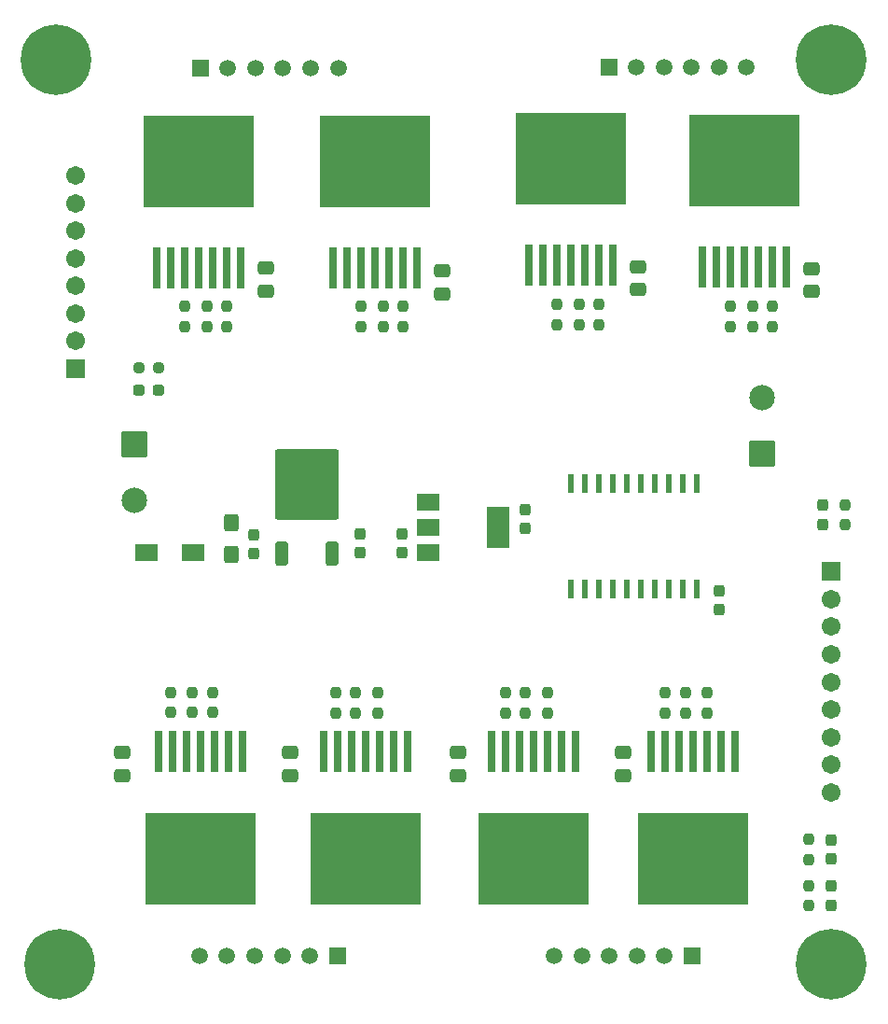
<source format=gbr>
%TF.GenerationSoftware,KiCad,Pcbnew,7.0.5*%
%TF.CreationDate,2023-10-05T13:57:49+07:00*%
%TF.ProjectId,Driver_motor,44726976-6572-45f6-9d6f-746f722e6b69,rev?*%
%TF.SameCoordinates,Original*%
%TF.FileFunction,Soldermask,Top*%
%TF.FilePolarity,Negative*%
%FSLAX46Y46*%
G04 Gerber Fmt 4.6, Leading zero omitted, Abs format (unit mm)*
G04 Created by KiCad (PCBNEW 7.0.5) date 2023-10-05 13:57:49*
%MOMM*%
%LPD*%
G01*
G04 APERTURE LIST*
G04 Aperture macros list*
%AMRoundRect*
0 Rectangle with rounded corners*
0 $1 Rounding radius*
0 $2 $3 $4 $5 $6 $7 $8 $9 X,Y pos of 4 corners*
0 Add a 4 corners polygon primitive as box body*
4,1,4,$2,$3,$4,$5,$6,$7,$8,$9,$2,$3,0*
0 Add four circle primitives for the rounded corners*
1,1,$1+$1,$2,$3*
1,1,$1+$1,$4,$5*
1,1,$1+$1,$6,$7*
1,1,$1+$1,$8,$9*
0 Add four rect primitives between the rounded corners*
20,1,$1+$1,$2,$3,$4,$5,0*
20,1,$1+$1,$4,$5,$6,$7,0*
20,1,$1+$1,$6,$7,$8,$9,0*
20,1,$1+$1,$8,$9,$2,$3,0*%
G04 Aperture macros list end*
%ADD10RoundRect,0.250000X-0.475000X0.337500X-0.475000X-0.337500X0.475000X-0.337500X0.475000X0.337500X0*%
%ADD11RoundRect,0.237500X-0.237500X0.250000X-0.237500X-0.250000X0.237500X-0.250000X0.237500X0.250000X0*%
%ADD12RoundRect,0.237500X0.237500X-0.250000X0.237500X0.250000X-0.237500X0.250000X-0.237500X-0.250000X0*%
%ADD13R,1.508000X1.508000*%
%ADD14C,1.508000*%
%ADD15RoundRect,0.250000X0.475000X-0.337500X0.475000X0.337500X-0.475000X0.337500X-0.475000X-0.337500X0*%
%ADD16RoundRect,0.237500X-0.237500X0.300000X-0.237500X-0.300000X0.237500X-0.300000X0.237500X0.300000X0*%
%ADD17R,0.800000X3.810000*%
%ADD18R,10.070000X8.290000*%
%ADD19RoundRect,0.102000X0.754000X-0.754000X0.754000X0.754000X-0.754000X0.754000X-0.754000X-0.754000X0*%
%ADD20C,1.712000*%
%ADD21C,6.400000*%
%ADD22RoundRect,0.250000X0.425000X-0.537500X0.425000X0.537500X-0.425000X0.537500X-0.425000X-0.537500X0*%
%ADD23RoundRect,0.102000X-1.050000X1.050000X-1.050000X-1.050000X1.050000X-1.050000X1.050000X1.050000X0*%
%ADD24C,2.304000*%
%ADD25RoundRect,0.237500X-0.250000X-0.237500X0.250000X-0.237500X0.250000X0.237500X-0.250000X0.237500X0*%
%ADD26RoundRect,0.250000X0.350000X-0.850000X0.350000X0.850000X-0.350000X0.850000X-0.350000X-0.850000X0*%
%ADD27RoundRect,0.249997X2.650003X-2.950003X2.650003X2.950003X-2.650003X2.950003X-2.650003X-2.950003X0*%
%ADD28R,2.090000X1.500000*%
%ADD29R,0.533400X1.803400*%
%ADD30RoundRect,0.237500X-0.237500X0.287500X-0.237500X-0.287500X0.237500X-0.287500X0.237500X0.287500X0*%
%ADD31RoundRect,0.102000X-0.754000X0.754000X-0.754000X-0.754000X0.754000X-0.754000X0.754000X0.754000X0*%
%ADD32RoundRect,0.237500X-0.287500X-0.237500X0.287500X-0.237500X0.287500X0.237500X-0.287500X0.237500X0*%
%ADD33R,2.000000X1.500000*%
%ADD34R,2.000000X3.800000*%
%ADD35RoundRect,0.237500X0.237500X-0.287500X0.237500X0.287500X-0.237500X0.287500X-0.237500X-0.287500X0*%
%ADD36RoundRect,0.102000X1.050000X-1.050000X1.050000X1.050000X-1.050000X1.050000X-1.050000X-1.050000X0*%
G04 APERTURE END LIST*
D10*
%TO.C,C4*%
X93218000Y-64594500D03*
X93218000Y-66669500D03*
%TD*%
D11*
%TO.C,R8*%
X89636000Y-68072000D03*
X89636000Y-69897000D03*
%TD*%
D12*
%TO.C,R18*%
X84582000Y-104902000D03*
X84582000Y-103077000D03*
%TD*%
D13*
%TO.C,J2*%
X131859500Y-127028500D03*
D14*
X129359500Y-127028500D03*
X126859500Y-127028500D03*
X124359500Y-127028500D03*
X121859500Y-127028500D03*
X119359500Y-127028500D03*
%TD*%
D11*
%TO.C,R7*%
X123444000Y-67921500D03*
X123444000Y-69746500D03*
%TD*%
D15*
%TO.C,C2*%
X109194000Y-66923500D03*
X109194000Y-64848500D03*
%TD*%
D16*
%TO.C,C5*%
X134366000Y-93879500D03*
X134366000Y-95604500D03*
%TD*%
D11*
%TO.C,R10*%
X87858000Y-68072000D03*
X87858000Y-69897000D03*
%TD*%
D17*
%TO.C,U10*%
X106045000Y-108486500D03*
X104775000Y-108486500D03*
X103505000Y-108486500D03*
X102235000Y-108486500D03*
X100965000Y-108486500D03*
X99695000Y-108486500D03*
X98425000Y-108486500D03*
D18*
X102235000Y-118146500D03*
%TD*%
D17*
%TO.C,U9*%
X135763000Y-108486500D03*
X134493000Y-108486500D03*
X133223000Y-108486500D03*
X131953000Y-108486500D03*
X130683000Y-108486500D03*
X129413000Y-108486500D03*
X128143000Y-108486500D03*
D18*
X131953000Y-118146500D03*
%TD*%
D17*
%TO.C,U2*%
X99314000Y-64624000D03*
X100584000Y-64624000D03*
X101854000Y-64624000D03*
X103124000Y-64624000D03*
X104394000Y-64624000D03*
X105664000Y-64624000D03*
X106934000Y-64624000D03*
D18*
X103124000Y-54964000D03*
%TD*%
D11*
%TO.C,R13*%
X118719000Y-103113500D03*
X118719000Y-104938500D03*
%TD*%
D16*
%TO.C,C6*%
X105512000Y-88685000D03*
X105512000Y-90410000D03*
%TD*%
D19*
%TO.C,J6*%
X75946000Y-73714000D03*
D20*
X75946000Y-71214000D03*
X75946000Y-68714000D03*
X75946000Y-66214000D03*
X75946000Y-63714000D03*
X75946000Y-61214000D03*
X75946000Y-58714000D03*
X75946000Y-56214000D03*
%TD*%
D21*
%TO.C,H1*%
X74168000Y-45720000D03*
%TD*%
D22*
%TO.C,C10*%
X90018000Y-90577500D03*
X90018000Y-87702500D03*
%TD*%
D17*
%TO.C,U6*%
X121259000Y-108486500D03*
X119989000Y-108486500D03*
X118719000Y-108486500D03*
X117449000Y-108486500D03*
X116179000Y-108486500D03*
X114909000Y-108486500D03*
X113639000Y-108486500D03*
D18*
X117449000Y-118146500D03*
%TD*%
D17*
%TO.C,U3*%
X117094000Y-64370000D03*
X118364000Y-64370000D03*
X119634000Y-64370000D03*
X120904000Y-64370000D03*
X122174000Y-64370000D03*
X123444000Y-64370000D03*
X124714000Y-64370000D03*
D18*
X120904000Y-54710000D03*
%TD*%
D11*
%TO.C,R27*%
X103378000Y-103113500D03*
X103378000Y-104938500D03*
%TD*%
D12*
%TO.C,R2*%
X101828000Y-69897000D03*
X101828000Y-68072000D03*
%TD*%
D23*
%TO.C,J7*%
X81216000Y-80554500D03*
D24*
X81216000Y-85634500D03*
%TD*%
D11*
%TO.C,R22*%
X142494000Y-116435500D03*
X142494000Y-118260500D03*
%TD*%
%TO.C,R4*%
X103860000Y-68072000D03*
X103860000Y-69897000D03*
%TD*%
D25*
%TO.C,R19*%
X81637500Y-73660000D03*
X83462500Y-73660000D03*
%TD*%
D12*
%TO.C,R16*%
X86461600Y-104902000D03*
X86461600Y-103077000D03*
%TD*%
D15*
%TO.C,C1*%
X142748000Y-66723500D03*
X142748000Y-64648500D03*
%TD*%
D26*
%TO.C,U11*%
X94596000Y-90513500D03*
D27*
X96876000Y-84213500D03*
D26*
X99156000Y-90513500D03*
%TD*%
D13*
%TO.C,J4*%
X87242000Y-46482000D03*
D14*
X89742000Y-46482000D03*
X92242000Y-46482000D03*
X94742000Y-46482000D03*
X97242000Y-46482000D03*
X99742000Y-46482000D03*
%TD*%
D11*
%TO.C,R5*%
X139192000Y-68075500D03*
X139192000Y-69900500D03*
%TD*%
D17*
%TO.C,U4*%
X83286000Y-64624000D03*
X84556000Y-64624000D03*
X85826000Y-64624000D03*
X87096000Y-64624000D03*
X88366000Y-64624000D03*
X89636000Y-64624000D03*
X90906000Y-64624000D03*
D18*
X87096000Y-54964000D03*
%TD*%
D10*
%TO.C,C3*%
X127000000Y-64494500D03*
X127000000Y-66569500D03*
%TD*%
D11*
%TO.C,R26*%
X133248400Y-103113500D03*
X133248400Y-104938500D03*
%TD*%
D12*
%TO.C,R24*%
X142494000Y-122428000D03*
X142494000Y-120603000D03*
%TD*%
D16*
%TO.C,C9*%
X116688000Y-86499500D03*
X116688000Y-88224500D03*
%TD*%
%TO.C,C13*%
X92050000Y-88785500D03*
X92050000Y-90510500D03*
%TD*%
D12*
%TO.C,R23*%
X131318000Y-104938500D03*
X131318000Y-103113500D03*
%TD*%
D28*
%TO.C,D1*%
X82300000Y-90410000D03*
X86560000Y-90410000D03*
%TD*%
D21*
%TO.C,H4*%
X144526000Y-127762000D03*
%TD*%
D11*
%TO.C,R9*%
X121666000Y-67921500D03*
X121666000Y-69746500D03*
%TD*%
D16*
%TO.C,C14*%
X101702000Y-88685000D03*
X101702000Y-90410000D03*
%TD*%
D29*
%TO.C,U5*%
X132308000Y-84161300D03*
X131038000Y-84161300D03*
X129768000Y-84161300D03*
X128498000Y-84161300D03*
X127228000Y-84161300D03*
X125958000Y-84161300D03*
X124688000Y-84161300D03*
X123418000Y-84161300D03*
X122148000Y-84161300D03*
X120878000Y-84161300D03*
X120878000Y-93711700D03*
X122148000Y-93711700D03*
X123418000Y-93711700D03*
X124688000Y-93711700D03*
X125958000Y-93711700D03*
X127228000Y-93711700D03*
X128498000Y-93711700D03*
X129768000Y-93711700D03*
X131038000Y-93711700D03*
X132308000Y-93711700D03*
%TD*%
D12*
%TO.C,R1*%
X135382000Y-69900500D03*
X135382000Y-68075500D03*
%TD*%
D13*
%TO.C,J5*%
X99664250Y-127000000D03*
D14*
X97164250Y-127000000D03*
X94664250Y-127000000D03*
X92164250Y-127000000D03*
X89664250Y-127000000D03*
X87164250Y-127000000D03*
%TD*%
D17*
%TO.C,U1*%
X132842000Y-64524000D03*
X134112000Y-64524000D03*
X135382000Y-64524000D03*
X136652000Y-64524000D03*
X137922000Y-64524000D03*
X139192000Y-64524000D03*
X140462000Y-64524000D03*
D18*
X136652000Y-54864000D03*
%TD*%
D11*
%TO.C,R3*%
X137414000Y-68075500D03*
X137414000Y-69900500D03*
%TD*%
D12*
%TO.C,R20*%
X129438400Y-104938500D03*
X129438400Y-103113500D03*
%TD*%
D21*
%TO.C,H2*%
X74443000Y-127762000D03*
%TD*%
D12*
%TO.C,R15*%
X116687000Y-104938500D03*
X116687000Y-103113500D03*
%TD*%
%TO.C,R17*%
X114909000Y-104938500D03*
X114909000Y-103113500D03*
%TD*%
D10*
%TO.C,C12*%
X95351000Y-108573000D03*
X95351000Y-110648000D03*
%TD*%
D30*
%TO.C,5V1*%
X144526000Y-116473000D03*
X144526000Y-118223000D03*
%TD*%
D15*
%TO.C,C8*%
X80111000Y-110648000D03*
X80111000Y-108573000D03*
%TD*%
D10*
%TO.C,C11*%
X125577000Y-108573000D03*
X125577000Y-110648000D03*
%TD*%
D11*
%TO.C,R14*%
X88392000Y-103077000D03*
X88392000Y-104902000D03*
%TD*%
D31*
%TO.C,J3*%
X144526000Y-92148000D03*
D20*
X144526000Y-94648000D03*
X144526000Y-97148000D03*
X144526000Y-99648000D03*
X144526000Y-102148000D03*
X144526000Y-104648000D03*
X144526000Y-107148000D03*
X144526000Y-109648000D03*
X144526000Y-112148000D03*
%TD*%
D13*
%TO.C,J1*%
X124300000Y-46382000D03*
D14*
X126800000Y-46382000D03*
X129300000Y-46382000D03*
X131800000Y-46382000D03*
X134300000Y-46382000D03*
X136800000Y-46382000D03*
%TD*%
D12*
%TO.C,R21*%
X99568000Y-104938500D03*
X99568000Y-103113500D03*
%TD*%
D32*
%TO.C,12V1*%
X81675000Y-75692000D03*
X83425000Y-75692000D03*
%TD*%
D30*
%TO.C,12V2*%
X143764000Y-86106000D03*
X143764000Y-87856000D03*
%TD*%
D17*
%TO.C,U7*%
X91033000Y-108486500D03*
X89763000Y-108486500D03*
X88493000Y-108486500D03*
X87223000Y-108486500D03*
X85953000Y-108486500D03*
X84683000Y-108486500D03*
X83413000Y-108486500D03*
D18*
X87223000Y-118146500D03*
%TD*%
D12*
%TO.C,R12*%
X85826000Y-69897000D03*
X85826000Y-68072000D03*
%TD*%
D33*
%TO.C,U8*%
X107950000Y-85824000D03*
X107950000Y-88124000D03*
D34*
X114250000Y-88124000D03*
D33*
X107950000Y-90424000D03*
%TD*%
D21*
%TO.C,H3*%
X144526000Y-45720000D03*
%TD*%
D12*
%TO.C,R25*%
X101346000Y-104938500D03*
X101346000Y-103113500D03*
%TD*%
D11*
%TO.C,R28*%
X145796000Y-86068500D03*
X145796000Y-87893500D03*
%TD*%
D12*
%TO.C,R11*%
X119634000Y-69746500D03*
X119634000Y-67921500D03*
%TD*%
D35*
%TO.C,3V1*%
X144526000Y-122390500D03*
X144526000Y-120640500D03*
%TD*%
D11*
%TO.C,R6*%
X105638000Y-68072000D03*
X105638000Y-69897000D03*
%TD*%
D15*
%TO.C,C7*%
X110591000Y-110648000D03*
X110591000Y-108573000D03*
%TD*%
D36*
%TO.C,J8*%
X138240000Y-81465000D03*
D24*
X138240000Y-76385000D03*
%TD*%
M02*

</source>
